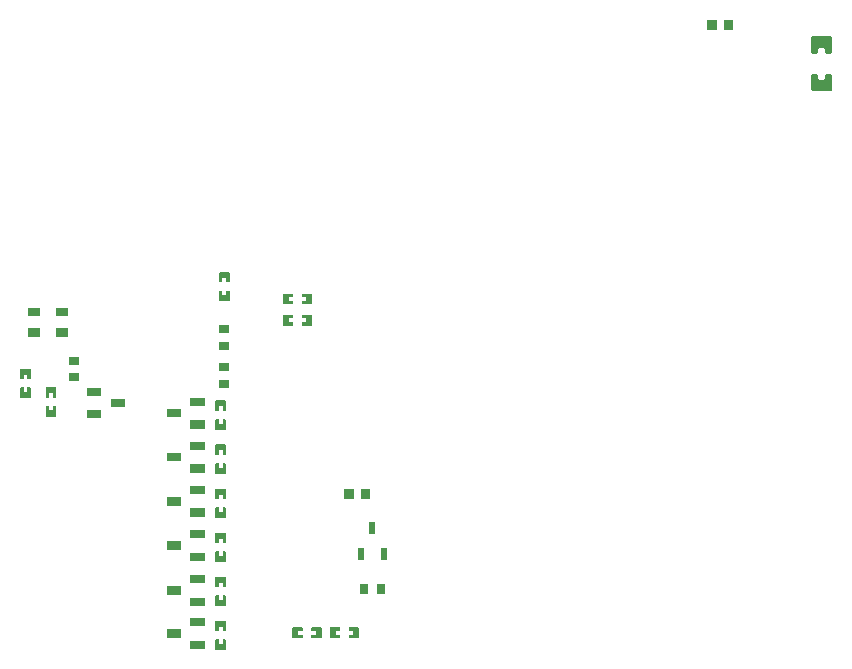
<source format=gtp>
G04 Layer: TopPasteMaskLayer*
G04 EasyEDA v6.4.30, 2022-01-25 10:33:58*
G04 5618020f384b45728b455be9ef3c0d3f,7d3f4a13764643a7838717c5c1d40531,10*
G04 Gerber Generator version 0.2*
G04 Scale: 100 percent, Rotated: No, Reflected: No *
G04 Dimensions in inches *
G04 leading zeros omitted , absolute positions ,3 integer and 6 decimal *
%FSLAX36Y36*%
%MOIN*%

%ADD18R,0.0315X0.0354*%
%ADD19R,0.0209X0.0408*%
%ADD21R,0.0354X0.0315*%
%ADD23R,0.0492X0.0276*%
%ADD24R,0.0394X0.0295*%

%LPD*%
G36*
X2891800Y2057160D02*
G01*
X2887860Y2053220D01*
X2887860Y2002640D01*
X2891800Y1998700D01*
X2951960Y1998700D01*
X2955899Y2002640D01*
X2955899Y2053220D01*
X2951960Y2057160D01*
X2937380Y2057160D01*
X2933440Y2053220D01*
X2933440Y2041220D01*
X2929500Y2037280D01*
X2914240Y2037280D01*
X2910299Y2041220D01*
X2910299Y2053220D01*
X2906380Y2057160D01*
G37*
G36*
X2891800Y2182560D02*
G01*
X2887860Y2178620D01*
X2887860Y2128020D01*
X2891800Y2124100D01*
X2906380Y2124100D01*
X2910299Y2128020D01*
X2910299Y2140040D01*
X2914240Y2143960D01*
X2929500Y2143960D01*
X2933440Y2140040D01*
X2933440Y2128020D01*
X2937380Y2124100D01*
X2951960Y2124100D01*
X2955899Y2128020D01*
X2955899Y2178620D01*
X2951960Y2182560D01*
G37*
G36*
X1159200Y211460D02*
G01*
X1157240Y209500D01*
X1157240Y178000D01*
X1159200Y176040D01*
X1190700Y176040D01*
X1192660Y178000D01*
X1192660Y186980D01*
X1178100Y186980D01*
X1178100Y199960D01*
X1192660Y199960D01*
X1192660Y209500D01*
X1190700Y211460D01*
G37*
G36*
X1222200Y211460D02*
G01*
X1220220Y209500D01*
X1220220Y199960D01*
X1235180Y199960D01*
X1235180Y186980D01*
X1220220Y186980D01*
X1220220Y178000D01*
X1222200Y176040D01*
X1253300Y176040D01*
X1255260Y178000D01*
X1255260Y209500D01*
X1253300Y211460D01*
G37*
G36*
X1284199Y211460D02*
G01*
X1282240Y209500D01*
X1282240Y178000D01*
X1284199Y176040D01*
X1315700Y176040D01*
X1317660Y178000D01*
X1317660Y186980D01*
X1303100Y186980D01*
X1303100Y199960D01*
X1317660Y199960D01*
X1317660Y209500D01*
X1315700Y211460D01*
G37*
G36*
X1347200Y211460D02*
G01*
X1345220Y209500D01*
X1345220Y199960D01*
X1360180Y199960D01*
X1360180Y186980D01*
X1345220Y186980D01*
X1345220Y178000D01*
X1347200Y176040D01*
X1378300Y176040D01*
X1380260Y178000D01*
X1380260Y209500D01*
X1378300Y211460D01*
G37*
G36*
X903060Y170820D02*
G01*
X901080Y168840D01*
X901080Y137360D01*
X903060Y135380D01*
X934539Y135380D01*
X936520Y137360D01*
X936520Y168840D01*
X934539Y170820D01*
X925580Y170820D01*
X925580Y156260D01*
X912580Y156260D01*
X912580Y170820D01*
G37*
G36*
X903060Y233420D02*
G01*
X901080Y231439D01*
X901080Y200340D01*
X903060Y198380D01*
X912580Y198380D01*
X912580Y213340D01*
X925580Y213340D01*
X925580Y198380D01*
X934539Y198380D01*
X936520Y200340D01*
X936520Y231439D01*
X934539Y233420D01*
G37*
G36*
X903060Y317620D02*
G01*
X901080Y315640D01*
X901080Y284160D01*
X903060Y282180D01*
X934539Y282180D01*
X936520Y284160D01*
X936520Y315640D01*
X934539Y317620D01*
X925580Y317620D01*
X925580Y303040D01*
X912580Y303040D01*
X912580Y317620D01*
G37*
G36*
X903060Y380220D02*
G01*
X901080Y378240D01*
X901080Y347140D01*
X903060Y345180D01*
X912580Y345180D01*
X912580Y360140D01*
X925580Y360140D01*
X925580Y345180D01*
X934539Y345180D01*
X936520Y347140D01*
X936520Y378240D01*
X934539Y380220D01*
G37*
G36*
X903060Y464520D02*
G01*
X901080Y462540D01*
X901080Y431060D01*
X903060Y429080D01*
X934539Y429080D01*
X936520Y431060D01*
X936520Y462540D01*
X934539Y464520D01*
X925580Y464520D01*
X925580Y449940D01*
X912580Y449940D01*
X912580Y464520D01*
G37*
G36*
X903060Y527120D02*
G01*
X901080Y525140D01*
X901080Y494040D01*
X903060Y492080D01*
X912580Y492080D01*
X912580Y507040D01*
X925580Y507040D01*
X925580Y492080D01*
X934539Y492080D01*
X936520Y494040D01*
X936520Y525140D01*
X934539Y527120D01*
G37*
G36*
X903060Y611420D02*
G01*
X901080Y609440D01*
X901080Y577960D01*
X903060Y575980D01*
X934539Y575980D01*
X936520Y577960D01*
X936520Y609440D01*
X934539Y611420D01*
X925580Y611420D01*
X925580Y596840D01*
X912580Y596840D01*
X912580Y611420D01*
G37*
G36*
X903060Y674020D02*
G01*
X901080Y672039D01*
X901080Y640939D01*
X903060Y638980D01*
X912580Y638980D01*
X912580Y653940D01*
X925580Y653940D01*
X925580Y638980D01*
X934539Y638980D01*
X936520Y640939D01*
X936520Y672039D01*
X934539Y674020D01*
G37*
G36*
X903060Y758319D02*
G01*
X901080Y756340D01*
X901080Y724860D01*
X903060Y722880D01*
X934539Y722880D01*
X936520Y724860D01*
X936520Y756340D01*
X934539Y758319D01*
X925580Y758319D01*
X925580Y743760D01*
X912580Y743760D01*
X912580Y758319D01*
G37*
G36*
X903060Y820920D02*
G01*
X901080Y818940D01*
X901080Y787840D01*
X903060Y785879D01*
X912580Y785879D01*
X912580Y800840D01*
X925580Y800840D01*
X925580Y785879D01*
X934539Y785879D01*
X936520Y787840D01*
X936520Y818940D01*
X934539Y820920D01*
G37*
G36*
X903060Y905120D02*
G01*
X901080Y903139D01*
X901080Y871660D01*
X903060Y869680D01*
X934539Y869680D01*
X936520Y871660D01*
X936520Y903139D01*
X934539Y905120D01*
X925580Y905120D01*
X925580Y890540D01*
X912580Y890540D01*
X912580Y905120D01*
G37*
G36*
X903060Y967720D02*
G01*
X901080Y965740D01*
X901080Y934640D01*
X903060Y932680D01*
X912580Y932680D01*
X912580Y947640D01*
X925580Y947640D01*
X925580Y932680D01*
X934539Y932680D01*
X936520Y934640D01*
X936520Y965740D01*
X934539Y967720D01*
G37*
G36*
X337380Y948920D02*
G01*
X335400Y946940D01*
X335400Y915460D01*
X337380Y913480D01*
X368880Y913480D01*
X370840Y915460D01*
X370840Y946940D01*
X368880Y948920D01*
X359900Y948920D01*
X359900Y934340D01*
X346900Y934340D01*
X346900Y948920D01*
G37*
G36*
X337380Y1011520D02*
G01*
X335400Y1009539D01*
X335400Y978439D01*
X337380Y976480D01*
X346900Y976480D01*
X346900Y991440D01*
X359900Y991440D01*
X359900Y976480D01*
X368880Y976480D01*
X370840Y978439D01*
X370840Y1009539D01*
X368880Y1011520D01*
G37*
G36*
X1190560Y1252100D02*
G01*
X1188580Y1250120D01*
X1188580Y1241140D01*
X1203140Y1241140D01*
X1203140Y1228160D01*
X1188580Y1228160D01*
X1188580Y1218620D01*
X1190560Y1216660D01*
X1222040Y1216660D01*
X1224020Y1218620D01*
X1224020Y1250120D01*
X1222040Y1252100D01*
G37*
G36*
X1127960Y1252100D02*
G01*
X1125980Y1250120D01*
X1125980Y1218620D01*
X1127960Y1216660D01*
X1159060Y1216660D01*
X1161020Y1218620D01*
X1161020Y1228160D01*
X1146060Y1228160D01*
X1146060Y1241140D01*
X1161020Y1241140D01*
X1161020Y1250120D01*
X1159060Y1252100D01*
G37*
G36*
X1190560Y1323959D02*
G01*
X1188580Y1322000D01*
X1188580Y1313020D01*
X1203140Y1313020D01*
X1203140Y1300040D01*
X1188580Y1300040D01*
X1188580Y1290500D01*
X1190560Y1288540D01*
X1222040Y1288540D01*
X1224020Y1290500D01*
X1224020Y1322000D01*
X1222040Y1323959D01*
G37*
G36*
X1127960Y1323959D02*
G01*
X1125980Y1322000D01*
X1125980Y1290500D01*
X1127960Y1288540D01*
X1159060Y1288540D01*
X1161020Y1290500D01*
X1161020Y1300040D01*
X1146060Y1300040D01*
X1146060Y1313020D01*
X1161020Y1313020D01*
X1161020Y1322000D01*
X1159060Y1323959D01*
G37*
G36*
X253000Y1074020D02*
G01*
X251040Y1072040D01*
X251040Y1040560D01*
X253000Y1038580D01*
X261980Y1038580D01*
X261980Y1053160D01*
X274960Y1053160D01*
X274960Y1038580D01*
X284500Y1038580D01*
X286460Y1040560D01*
X286460Y1072040D01*
X284500Y1074020D01*
G37*
G36*
X253000Y1011020D02*
G01*
X251040Y1009060D01*
X251040Y977960D01*
X253000Y975980D01*
X284500Y975980D01*
X286460Y977960D01*
X286460Y1009060D01*
X284500Y1011020D01*
X274960Y1011020D01*
X274960Y996060D01*
X261980Y996060D01*
X261980Y1011020D01*
G37*
G36*
X915500Y1333300D02*
G01*
X913540Y1331320D01*
X913540Y1299820D01*
X915500Y1297860D01*
X947000Y1297860D01*
X948960Y1299820D01*
X948960Y1331320D01*
X947000Y1333300D01*
X938020Y1333300D01*
X938020Y1318720D01*
X925020Y1318720D01*
X925020Y1333300D01*
G37*
G36*
X915500Y1395880D02*
G01*
X913540Y1393920D01*
X913540Y1362820D01*
X915500Y1360860D01*
X925020Y1360860D01*
X925020Y1375820D01*
X938020Y1375820D01*
X938020Y1360860D01*
X947000Y1360860D01*
X948960Y1362820D01*
X948960Y1393920D01*
X947000Y1395880D01*
G37*
G36*
X1386810Y673966D02*
G01*
X1418307Y673966D01*
X1418307Y638533D01*
X1386810Y638533D01*
G37*
G36*
X1331692Y673966D02*
G01*
X1363189Y673966D01*
X1363189Y638533D01*
X1331692Y638533D01*
G37*
D18*
G01*
X1397439Y337500D03*
G01*
X1452560Y337500D03*
D19*
G01*
X1387600Y456640D03*
G01*
X1462399Y456640D03*
G01*
X1425000Y543359D03*
D21*
G01*
X931300Y1077559D03*
G01*
X931300Y1022440D03*
G01*
X931300Y1205659D03*
G01*
X931300Y1150540D03*
G01*
X431250Y1099430D03*
G01*
X431250Y1044319D03*
D23*
G01*
X498130Y996799D03*
G01*
X498130Y921999D03*
G01*
X576869Y959400D03*
G36*
X817863Y166979D02*
G01*
X867075Y166979D01*
X867075Y139420D01*
X817863Y139420D01*
G37*
G36*
X817863Y241779D02*
G01*
X867075Y241779D01*
X867075Y214220D01*
X817863Y214220D01*
G37*
G36*
X739123Y204378D02*
G01*
X788335Y204378D01*
X788335Y176819D01*
X739123Y176819D01*
G37*
G36*
X817863Y310779D02*
G01*
X867075Y310779D01*
X867075Y283220D01*
X817863Y283220D01*
G37*
G36*
X817863Y385578D02*
G01*
X867075Y385578D01*
X867075Y358020D01*
X817863Y358020D01*
G37*
G36*
X739123Y348179D02*
G01*
X788335Y348179D01*
X788335Y320619D01*
X739123Y320619D01*
G37*
G36*
X817863Y460779D02*
G01*
X867075Y460779D01*
X867075Y433220D01*
X817863Y433220D01*
G37*
G36*
X817863Y535578D02*
G01*
X867075Y535578D01*
X867075Y508020D01*
X817863Y508020D01*
G37*
G36*
X739123Y498179D02*
G01*
X788335Y498179D01*
X788335Y470619D01*
X739123Y470619D01*
G37*
G36*
X817863Y607579D02*
G01*
X867075Y607579D01*
X867075Y580019D01*
X817863Y580019D01*
G37*
G36*
X817863Y682379D02*
G01*
X867075Y682379D01*
X867075Y654819D01*
X817863Y654819D01*
G37*
G36*
X739123Y644978D02*
G01*
X788335Y644978D01*
X788335Y617420D01*
X739123Y617420D01*
G37*
G36*
X817863Y754479D02*
G01*
X867075Y754479D01*
X867075Y726920D01*
X817863Y726920D01*
G37*
G36*
X817863Y829279D02*
G01*
X867075Y829279D01*
X867075Y801720D01*
X817863Y801720D01*
G37*
G36*
X739123Y791878D02*
G01*
X788335Y791878D01*
X788335Y764319D01*
X739123Y764319D01*
G37*
G36*
X817863Y901379D02*
G01*
X867075Y901379D01*
X867075Y873820D01*
X817863Y873820D01*
G37*
G36*
X817863Y976179D02*
G01*
X867075Y976179D01*
X867075Y948620D01*
X817863Y948620D01*
G37*
G36*
X739123Y938778D02*
G01*
X788335Y938778D01*
X788335Y911220D01*
X739123Y911220D01*
G37*
G36*
X370228Y1208514D02*
G01*
X409598Y1208514D01*
X409598Y1178985D01*
X370228Y1178985D01*
G37*
G36*
X277903Y1208514D02*
G01*
X317274Y1208514D01*
X317274Y1178985D01*
X277903Y1178985D01*
G37*
D24*
G01*
X297590Y1262500D03*
G01*
X389909Y1262500D03*
G36*
X2596185Y2236466D02*
G01*
X2627682Y2236466D01*
X2627682Y2201033D01*
X2596185Y2201033D01*
G37*
G36*
X2541067Y2236466D02*
G01*
X2572564Y2236466D01*
X2572564Y2201033D01*
X2541067Y2201033D01*
G37*
M02*

</source>
